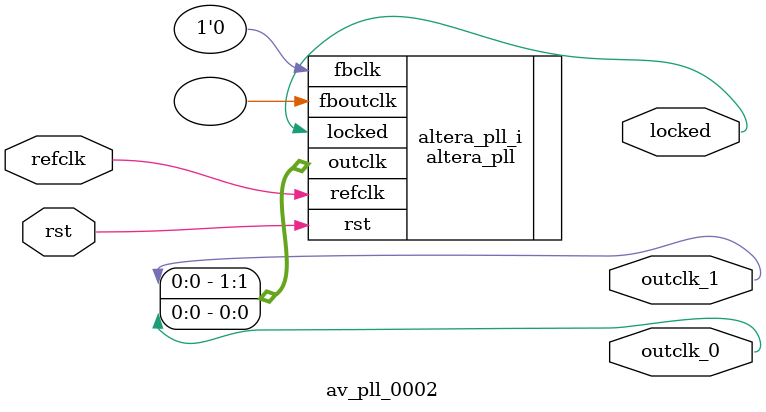
<source format=v>
`timescale 1ns/10ps
module  av_pll_0002(

	// interface 'refclk'
	input wire refclk,

	// interface 'reset'
	input wire rst,

	// interface 'outclk0'
	output wire outclk_0,

	// interface 'outclk1'
	output wire outclk_1,

	// interface 'locked'
	output wire locked
);

	altera_pll #(
		.fractional_vco_multiplier("false"),
		.reference_clock_frequency("50.0 MHz"),
		.operation_mode("direct"),
		.number_of_clocks(2),
		.output_clock_frequency0("25.200000 MHz"),
		.phase_shift0("0 ps"),
		.duty_cycle0(50),
		.output_clock_frequency1("18.000000 MHz"),
		.phase_shift1("0 ps"),
		.duty_cycle1(50),
		.output_clock_frequency2("0 MHz"),
		.phase_shift2("0 ps"),
		.duty_cycle2(50),
		.output_clock_frequency3("0 MHz"),
		.phase_shift3("0 ps"),
		.duty_cycle3(50),
		.output_clock_frequency4("0 MHz"),
		.phase_shift4("0 ps"),
		.duty_cycle4(50),
		.output_clock_frequency5("0 MHz"),
		.phase_shift5("0 ps"),
		.duty_cycle5(50),
		.output_clock_frequency6("0 MHz"),
		.phase_shift6("0 ps"),
		.duty_cycle6(50),
		.output_clock_frequency7("0 MHz"),
		.phase_shift7("0 ps"),
		.duty_cycle7(50),
		.output_clock_frequency8("0 MHz"),
		.phase_shift8("0 ps"),
		.duty_cycle8(50),
		.output_clock_frequency9("0 MHz"),
		.phase_shift9("0 ps"),
		.duty_cycle9(50),
		.output_clock_frequency10("0 MHz"),
		.phase_shift10("0 ps"),
		.duty_cycle10(50),
		.output_clock_frequency11("0 MHz"),
		.phase_shift11("0 ps"),
		.duty_cycle11(50),
		.output_clock_frequency12("0 MHz"),
		.phase_shift12("0 ps"),
		.duty_cycle12(50),
		.output_clock_frequency13("0 MHz"),
		.phase_shift13("0 ps"),
		.duty_cycle13(50),
		.output_clock_frequency14("0 MHz"),
		.phase_shift14("0 ps"),
		.duty_cycle14(50),
		.output_clock_frequency15("0 MHz"),
		.phase_shift15("0 ps"),
		.duty_cycle15(50),
		.output_clock_frequency16("0 MHz"),
		.phase_shift16("0 ps"),
		.duty_cycle16(50),
		.output_clock_frequency17("0 MHz"),
		.phase_shift17("0 ps"),
		.duty_cycle17(50),
		.pll_type("General"),
		.pll_subtype("General")
	) altera_pll_i (
		.rst	(rst),
		.outclk	({outclk_1, outclk_0}),
		.locked	(locked),
		.fboutclk	( ),
		.fbclk	(1'b0),
		.refclk	(refclk)
	);
endmodule


</source>
